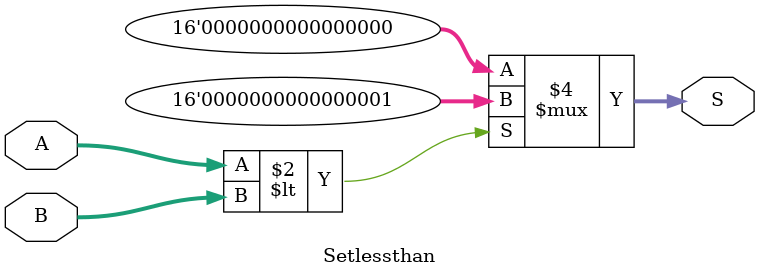
<source format=v>
module Setlessthan(input[15:0]A,B, output reg [15:0] S);

  always@(A, B)
	begin
		if(A < B)
			S <= 16'b0000000000000001;
		else
			S <= 16'b0;
	end
	
	
endmodule
</source>
